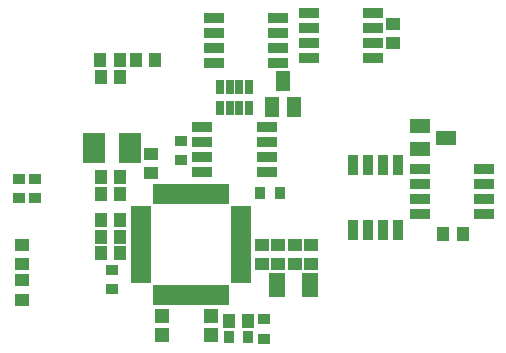
<source format=gtp>
G04*
G04 #@! TF.GenerationSoftware,Altium Limited,Altium Designer,20.0.12 (288)*
G04*
G04 Layer_Color=8421504*
%FSLAX44Y44*%
%MOMM*%
G71*
G01*
G75*
%ADD17R,1.1100X0.9600*%
%ADD18R,0.8600X1.7100*%
%ADD19R,1.0600X1.2100*%
%ADD20R,1.1600X1.2600*%
%ADD21R,0.9600X1.1100*%
%ADD22R,1.6600X1.2600*%
%ADD23R,1.7100X0.8600*%
%ADD24R,1.2600X1.6600*%
%ADD25R,1.2100X1.0600*%
%ADD26R,0.6600X1.1600*%
%ADD27R,1.4600X2.0000*%
%ADD28R,1.7600X0.8100*%
%ADD29R,0.8100X1.7600*%
%ADD30R,1.8600X2.5100*%
D17*
X114250Y146250D02*
D03*
Y129750D02*
D03*
X100250Y146250D02*
D03*
Y129750D02*
D03*
X308250Y27000D02*
D03*
Y10500D02*
D03*
X238000Y161750D02*
D03*
Y178250D02*
D03*
X179000Y52750D02*
D03*
Y69250D02*
D03*
D18*
X383200Y103015D02*
D03*
X395900D02*
D03*
X408600D02*
D03*
X421300D02*
D03*
X383200Y157515D02*
D03*
X395900D02*
D03*
X408600D02*
D03*
X421300D02*
D03*
D19*
X459750Y99000D02*
D03*
X476250D02*
D03*
X278000Y25750D02*
D03*
X294500D02*
D03*
X186250Y111000D02*
D03*
X169750D02*
D03*
X186250Y97000D02*
D03*
X169750D02*
D03*
X186250Y83000D02*
D03*
X169750D02*
D03*
X186250Y133000D02*
D03*
X169750D02*
D03*
X186250Y148000D02*
D03*
X169750D02*
D03*
X216000Y247000D02*
D03*
X199500D02*
D03*
X169500D02*
D03*
X186000D02*
D03*
X169750Y232000D02*
D03*
X186250D02*
D03*
D20*
X221750Y13750D02*
D03*
X262750D02*
D03*
X221750Y29750D02*
D03*
X262750D02*
D03*
D21*
X278000Y11750D02*
D03*
X294500D02*
D03*
X304750Y134000D02*
D03*
X321250D02*
D03*
D22*
X440000Y190500D02*
D03*
Y171500D02*
D03*
X462000Y181000D02*
D03*
D23*
X440000Y154000D02*
D03*
Y141300D02*
D03*
Y128600D02*
D03*
Y115900D02*
D03*
X494500Y154000D02*
D03*
Y141300D02*
D03*
Y128600D02*
D03*
Y115900D02*
D03*
X345750Y286050D02*
D03*
Y273350D02*
D03*
Y260650D02*
D03*
Y247950D02*
D03*
X400250Y286050D02*
D03*
Y273350D02*
D03*
Y260650D02*
D03*
Y247950D02*
D03*
X319750Y243950D02*
D03*
Y256650D02*
D03*
Y269350D02*
D03*
Y282050D02*
D03*
X265250Y243950D02*
D03*
Y256650D02*
D03*
Y269350D02*
D03*
Y282050D02*
D03*
X310250Y151950D02*
D03*
Y164650D02*
D03*
Y177350D02*
D03*
Y190050D02*
D03*
X255750Y151950D02*
D03*
Y164650D02*
D03*
Y177350D02*
D03*
Y190050D02*
D03*
D24*
X314500Y207000D02*
D03*
X333500D02*
D03*
X324000Y229000D02*
D03*
D25*
X417000Y260750D02*
D03*
Y277250D02*
D03*
X212000Y167250D02*
D03*
Y150750D02*
D03*
X103000Y73750D02*
D03*
Y90250D02*
D03*
Y43750D02*
D03*
Y60250D02*
D03*
X348000Y73750D02*
D03*
Y90250D02*
D03*
X320000Y73750D02*
D03*
Y90250D02*
D03*
X334000Y73750D02*
D03*
Y90250D02*
D03*
X306000Y73750D02*
D03*
Y90250D02*
D03*
D26*
X295000Y224000D02*
D03*
X287000D02*
D03*
X279000D02*
D03*
X271000D02*
D03*
X295000Y206000D02*
D03*
X287000D02*
D03*
X279000D02*
D03*
X271000D02*
D03*
D27*
X318700Y56000D02*
D03*
X347300D02*
D03*
D28*
X203500Y118500D02*
D03*
Y110500D02*
D03*
Y102500D02*
D03*
Y94500D02*
D03*
Y86500D02*
D03*
Y78500D02*
D03*
Y70500D02*
D03*
Y62500D02*
D03*
X288500D02*
D03*
Y70500D02*
D03*
Y78500D02*
D03*
Y86500D02*
D03*
Y94500D02*
D03*
Y102500D02*
D03*
Y110500D02*
D03*
Y118500D02*
D03*
D29*
X218000Y48000D02*
D03*
X226000D02*
D03*
X234000D02*
D03*
X242000D02*
D03*
X250000D02*
D03*
X258000D02*
D03*
X266000D02*
D03*
X274000D02*
D03*
Y133000D02*
D03*
X266000D02*
D03*
X258000D02*
D03*
X250000D02*
D03*
X242000D02*
D03*
X234000D02*
D03*
X226000D02*
D03*
X218000D02*
D03*
D30*
X163750Y172000D02*
D03*
X194250D02*
D03*
M02*

</source>
